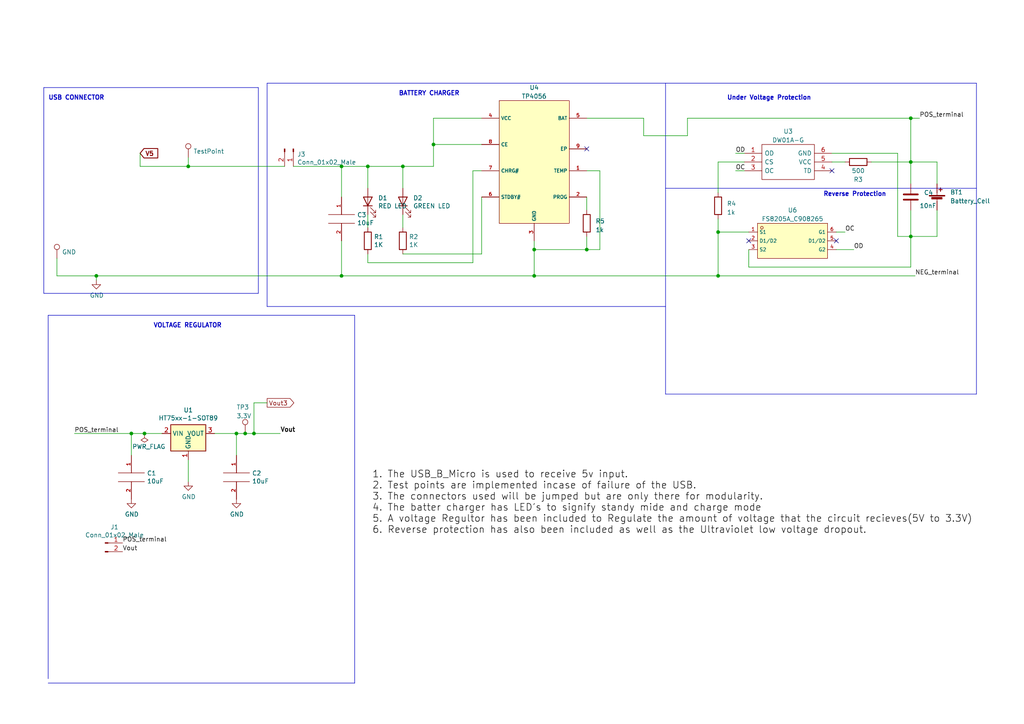
<source format=kicad_sch>
(kicad_sch (version 20230121) (generator eeschema)
  (paper "A4")
  (lib_symbols
    (symbol "Connector:TestPoint" (pin_numbers hide) (pin_names (offset 0.762) hide)
      (property "Reference" "TP" (at 0 6.858 0))
      (property "Value" "TestPoint" (at 0 5.08 0))
      (symbol "TestPoint_0_1"
        (circle (center 0 3.302) (radius 0.762))
      )
      (symbol "TestPoint_1_1"
        (pin passive line (at 0 0 90) (length 2.54) (name "1") (number "1"))
      )
    )
    (symbol "DW01A-G:DW01A-G" (pin_names (offset 0.762))
      (property "Reference" "IC" (at 21.59 7.62 0))
      (property "Value" "DW01A-G" (at 21.59 5.08 0))
      (symbol "DW01A-G_0_0"
        (pin passive line (at 0 0 0) (length 5.08) (name "OD") (number "1"))
        (pin passive line (at 0 -2.54 0) (length 5.08) (name "CS") (number "2"))
        (pin passive line (at 0 -5.08 0) (length 5.08) (name "OC") (number "3"))
        (pin passive line (at 25.4 -5.08 180) (length 5.08) (name "TD") (number "4"))
        (pin passive line (at 25.4 -2.54 180) (length 5.08) (name "VCC") (number "5"))
        (pin passive line (at 25.4 0 180) (length 5.08) (name "GND") (number "6"))
      )
      (symbol "DW01A-G_0_1"
        (polyline (pts (xy 5.08 2.54) (xy 20.32 2.54) (xy 20.32 -7.62) (xy 5.08 -7.62) (xy 5.08 2.54)) (stroke (width 0.1524)))
      )
    )
    (symbol "Device:Battery_Cell" (pin_numbers hide) (pin_names (offset 0) hide)
      (property "Reference" "BT" (at 2.54 2.54 0))
      (property "Value" "Battery_Cell" (at 2.54 0 0))
      (symbol "Battery_Cell_0_1"
        (rectangle (start -2.286 1.778) (end 2.286 1.524) (fill (type outline)))
        (rectangle (start -1.5748 1.1938) (end 1.4732 0.6858) (fill (type outline)))
        (polyline (pts (xy 0 0.762) (xy 0 0)))
        (polyline (pts (xy 0 1.778) (xy 0 2.54)))
        (polyline (pts (xy 0.508 3.429) (xy 1.524 3.429)) (stroke (width 0.254)))
        (polyline (pts (xy 1.016 3.937) (xy 1.016 2.921)) (stroke (width 0.254)))
      )
      (symbol "Battery_Cell_1_1"
        (pin passive line (at 0 5.08 270) (length 2.54) (name "+") (number "1"))
        (pin passive line (at 0 -2.54 90) (length 2.54) (name "-") (number "2"))
      )
    )
    (symbol "Device:C" (pin_numbers hide) (pin_names (offset 0.254))
      (property "Reference" "C" (at 0.635 2.54 0))
      (property "Value" "C" (at 0.635 -2.54 0))
      (symbol "C_0_1"
        (polyline (pts (xy -2.032 -0.762) (xy 2.032 -0.762)) (stroke (width 0.508)))
        (polyline (pts (xy -2.032 0.762) (xy 2.032 0.762)) (stroke (width 0.508)))
      )
      (symbol "C_1_1"
        (pin passive line (at 0 3.81 270) (length 2.794) (name "~") (number "1"))
        (pin passive line (at 0 -3.81 90) (length 2.794) (name "~") (number "2"))
      )
    )
    (symbol "Device:LED" (pin_numbers hide) (pin_names (offset 1.016) hide)
      (property "Reference" "D" (at 0 2.54 0))
      (property "Value" "LED" (at 0 -2.54 0))
      (symbol "LED_0_1"
        (polyline (pts (xy -1.27 -1.27) (xy -1.27 1.27)) (stroke (width 0.254)))
        (polyline (pts (xy -1.27 0) (xy 1.27 0)))
        (polyline (pts (xy 1.27 -1.27) (xy 1.27 1.27) (xy -1.27 0) (xy 1.27 -1.27)) (stroke (width 0.254)))
        (polyline (pts (xy -3.048 -0.762) (xy -4.572 -2.286) (xy -3.81 -2.286) (xy -4.572 -2.286) (xy -4.572 -1.524)))
        (polyline (pts (xy -1.778 -0.762) (xy -3.302 -2.286) (xy -2.54 -2.286) (xy -3.302 -2.286) (xy -3.302 -1.524)))
      )
      (symbol "LED_1_1"
        (pin passive line (at -3.81 0 0) (length 2.54) (name "K") (number "1"))
        (pin passive line (at 3.81 0 180) (length 2.54) (name "A") (number "2"))
      )
    )
    (symbol "Device:R" (pin_numbers hide) (pin_names (offset 0))
      (property "Reference" "R" (at 2.032 0 90))
      (property "Value" "R" (at 0 0 90))
      (symbol "R_0_1"
        (rectangle (start -1.016 -2.54) (end 1.016 2.54) (stroke (width 0.254)))
      )
      (symbol "R_1_1"
        (pin passive line (at 0 3.81 270) (length 1.27) (name "~") (number "1"))
        (pin passive line (at 0 -3.81 90) (length 1.27) (name "~") (number "2"))
      )
    )
    (symbol "Regulator_Linear:HT75xx-1-SOT89"
      (property "Reference" "U" (at -5.08 -3.81 0))
      (property "Value" "HT75xx-1-SOT89" (at 0 6.35 0))
      (symbol "HT75xx-1-SOT89_0_1"
        (rectangle (start -5.08 5.08) (end 5.08 -2.54) (stroke (width 0.254)) (fill (type background)))
      )
      (symbol "HT75xx-1-SOT89_1_1"
        (pin power_in line (at 0 -5.08 90) (length 2.54) (name "GND") (number "1"))
        (pin power_in line (at -7.62 2.54 0) (length 2.54) (name "VIN") (number "2"))
        (pin power_out line (at 7.62 2.54 180) (length 2.54) (name "VOUT") (number "3"))
      )
    )
    (symbol "SCHEMATICS-rescue:C-pspice" (pin_names (offset 0.254))
      (property "Reference" "C" (at 2.54 3.81 90))
      (property "Value" "pspice_C" (at 2.54 -3.81 90))
      (symbol "C-pspice_0_1"
        (polyline (pts (xy -3.81 -1.27) (xy 3.81 -1.27)))
        (polyline (pts (xy -3.81 1.27) (xy 3.81 1.27)))
      )
      (symbol "C-pspice_1_1"
        (pin passive line (at 0 6.35 270) (length 5.08) (name "~") (number "1"))
        (pin passive line (at 0 -6.35 90) (length 5.08) (name "~") (number "2"))
      )
    )
    (symbol "SCHEMATICS-rescue:Conn_01x02_Male-Connector" (pin_names (offset 1.016) hide)
      (property "Reference" "J" (at 0 2.54 0))
      (property "Value" "Connector_Conn_01x02_Male" (at 0 -5.08 0))
      (symbol "Conn_01x02_Male-Connector_1_1"
        (polyline (pts (xy 1.27 -2.54) (xy 0.8636 -2.54)) (stroke (width 0.1524)))
        (polyline (pts (xy 1.27 0) (xy 0.8636 0)) (stroke (width 0.1524)))
        (rectangle (start 0.8636 -2.413) (end 0 -2.667) (stroke (width 0.1524)) (fill (type outline)))
        (rectangle (start 0.8636 0.127) (end 0 -0.127) (stroke (width 0.1524)) (fill (type outline)))
        (pin passive line (at 5.08 0 180) (length 3.81) (name "Pin_1") (number "1"))
        (pin passive line (at 5.08 -2.54 180) (length 3.81) (name "Pin_2") (number "2"))
      )
    )
    (symbol "TP4056:TP4056"
      (property "Reference" "U" (at 0 1.27 0))
      (property "Value" "TP4056" (at 0 -2.54 0))
      (symbol "TP4056_0_1"
        (rectangle (start -10.16 20.32) (end 10.16 -15.24) (fill (type background)))
        (pin unspecified line (at 15.24 0 180) (length 5.08) (name "TEMP") (number "1"))
        (pin unspecified line (at 15.24 -7.62 180) (length 5.08) (name "PROG") (number "2"))
        (pin unspecified line (at 0 -20.32 90) (length 5.08) (name "GND") (number "3"))
        (pin unspecified line (at -15.24 15.24 0) (length 5.08) (name "VCC") (number "4"))
        (pin unspecified line (at 15.24 15.24 180) (length 5.08) (name "BAT") (number "5"))
        (pin unspecified line (at -15.24 -7.62 0) (length 5.08) (name "STDBY#") (number "6"))
        (pin unspecified line (at -15.24 0 0) (length 5.08) (name "CHRG#") (number "7"))
        (pin unspecified line (at -15.24 7.62 0) (length 5.08) (name "CE") (number "8"))
        (pin unspecified line (at 15.24 6.35 180) (length 5.08) (name "EP") (number "9"))
      )
    )
    (symbol "U4:FS8205A_C908265"
      (property "Reference" "U" (at 0 1.27 0))
      (property "Value" "FS8205A_C908265" (at 0 -2.54 0))
      (symbol "FS8205A_C908265_0_1"
        (rectangle (start -10.16 5.08) (end 10.16 -5.08) (fill (type background)))
        (circle (center -8.89 3.81) (radius 0.381) (fill (type background)))
        (pin unspecified line (at -12.7 2.54 0) (length 2.54) (name "S1") (number "1"))
        (pin unspecified line (at -12.7 0 0) (length 2.54) (name "D1/D2") (number "2"))
        (pin unspecified line (at -12.7 -2.54 0) (length 2.54) (name "S2") (number "3"))
        (pin unspecified line (at 12.7 -2.54 180) (length 2.54) (name "G2") (number "4"))
        (pin unspecified line (at 12.7 0 180) (length 2.54) (name "D1/D2") (number "5"))
        (pin unspecified line (at 12.7 2.54 180) (length 2.54) (name "G1") (number "6"))
      )
    )
    (symbol "power:GND" (power) (pin_names (offset 0))
      (property "Value" "GND" (at 0 -3.81 0))
      (symbol "GND_0_1"
        (polyline (pts (xy 0 0) (xy 0 -1.27) (xy 1.27 -1.27) (xy 0 -2.54) (xy -1.27 -1.27) (xy 0 -1.27)))
      )
      (symbol "GND_1_1"
        (pin power_in line (at 0 0 270) (length 0) hide (name "GND") (number "1"))
      )
    )
    (symbol "power:PWR_FLAG" (power) (pin_numbers hide) (pin_names (offset 0) hide)
      (property "Value" "PWR_FLAG" (at 0 3.81 0))
      (symbol "PWR_FLAG_0_0"
        (pin power_out line (at 0 0 90) (length 0) (name "pwr") (number "1"))
      )
      (symbol "PWR_FLAG_0_1"
        (polyline (pts (xy 0 0) (xy 0 1.27) (xy -1.016 1.905) (xy 0 2.54) (xy 1.016 1.905) (xy 0 1.27)))
      )
    )
  )
  (junction (at 99.06 48.26))
  (junction (at 99.06 80.01))
  (junction (at 154.94 72.39))
  (junction (at 68.58 125.73))
  (junction (at 106.68 48.26))
  (junction (at 170.18 72.39))
  (junction (at 208.28 80.01))
  (junction (at 264.16 34.29))
  (junction (at 73.66 125.73))
  (junction (at 116.84 48.26))
  (junction (at 154.94 80.01))
  (junction (at 41.91 125.73))
  (junction (at 264.16 46.99))
  (junction (at 54.61 48.26))
  (junction (at 125.73 41.91))
  (junction (at 27.94 80.01))
  (junction (at 71.12 125.73))
  (junction (at 208.28 67.31))
  (junction (at 38.1 125.73))
  (junction (at 264.16 68.58))
  (no_connect (at 170.18 43.18))
  (no_connect (at 242.57 69.85))
  (no_connect (at 217.17 69.85))
  (no_connect (at 241.3 49.53))
  (wire (pts (xy 217.17 77.47) (xy 264.16 77.47)))
  (wire (pts (xy 264.16 34.29) (xy 266.7 34.29)))
  (wire (pts (xy 139.7 49.53) (xy 137.16 49.53)))
  (wire (pts (xy 54.61 48.26) (xy 54.61 45.72)))
  (wire (pts (xy 241.3 46.99) (xy 245.11 46.99)))
  (wire (pts (xy 186.69 39.37) (xy 199.39 39.37)))
  (wire (pts (xy 242.57 72.39) (xy 247.65 72.39)))
  (polyline (pts (xy 102.87 198.12) (xy 13.97 198.12)))
  (wire (pts (xy 73.66 116.84) (xy 73.66 125.73)))
  (wire (pts (xy 139.7 57.15) (xy 139.7 73.66)))
  (wire (pts (xy 16.51 80.01) (xy 27.94 80.01)))
  (wire (pts (xy 99.06 69.85) (xy 99.06 80.01)))
  (wire (pts (xy 213.36 49.53) (xy 215.9 49.53)))
  (wire (pts (xy 208.28 46.99) (xy 208.28 55.88)))
  (wire (pts (xy 199.39 39.37) (xy 199.39 34.29)))
  (wire (pts (xy 106.68 54.61) (xy 106.68 48.26)))
  (polyline (pts (xy 283.21 114.3) (xy 283.21 24.13)))
  (wire (pts (xy 154.94 80.01) (xy 208.28 80.01)))
  (wire (pts (xy 186.69 34.29) (xy 186.69 39.37)))
  (wire (pts (xy 170.18 34.29) (xy 186.69 34.29)))
  (wire (pts (xy 27.94 81.28) (xy 27.94 80.01)))
  (wire (pts (xy 85.09 48.26) (xy 99.06 48.26)))
  (wire (pts (xy 242.57 67.31) (xy 245.11 67.31)))
  (wire (pts (xy 264.16 77.47) (xy 264.16 68.58)))
  (wire (pts (xy 99.06 48.26) (xy 99.06 57.15)))
  (wire (pts (xy 106.68 48.26) (xy 116.84 48.26)))
  (wire (pts (xy 125.73 41.91) (xy 125.73 48.26)))
  (wire (pts (xy 271.78 46.99) (xy 271.78 53.34)))
  (wire (pts (xy 137.16 49.53) (xy 137.16 76.2)))
  (polyline (pts (xy 77.47 88.9) (xy 193.04 88.9)))
  (wire (pts (xy 71.12 125.73) (xy 73.66 125.73)))
  (wire (pts (xy 116.84 66.04) (xy 116.84 62.23)))
  (wire (pts (xy 208.28 63.5) (xy 208.28 67.31)))
  (wire (pts (xy 217.17 72.39) (xy 217.17 77.47)))
  (wire (pts (xy 125.73 34.29) (xy 125.73 41.91)))
  (wire (pts (xy 116.84 73.66) (xy 139.7 73.66)))
  (wire (pts (xy 264.16 60.96) (xy 264.16 68.58)))
  (wire (pts (xy 54.61 48.26) (xy 82.55 48.26)))
  (wire (pts (xy 170.18 57.15) (xy 170.18 60.96)))
  (polyline (pts (xy 193.04 24.13) (xy 77.47 24.13)))
  (wire (pts (xy 40.64 44.45) (xy 40.64 48.26)))
  (polyline (pts (xy 193.04 54.61) (xy 283.21 54.61)))
  (wire (pts (xy 260.35 68.58) (xy 260.35 44.45)))
  (wire (pts (xy 27.94 80.01) (xy 99.06 80.01)))
  (wire (pts (xy 208.28 67.31) (xy 217.17 67.31)))
  (polyline (pts (xy 74.93 85.09) (xy 12.7 85.09)))
  (polyline (pts (xy 13.97 91.44) (xy 102.87 91.44)))
  (wire (pts (xy 252.73 46.99) (xy 264.16 46.99)))
  (wire (pts (xy 38.1 125.73) (xy 41.91 125.73)))
  (wire (pts (xy 264.16 34.29) (xy 264.16 46.99)))
  (wire (pts (xy 154.94 72.39) (xy 154.94 80.01)))
  (wire (pts (xy 260.35 44.45) (xy 241.3 44.45)))
  (wire (pts (xy 116.84 48.26) (xy 125.73 48.26)))
  (wire (pts (xy 40.64 48.26) (xy 54.61 48.26)))
  (polyline (pts (xy 193.04 114.3) (xy 283.21 114.3)))
  (polyline (pts (xy 102.87 91.44) (xy 102.87 198.12)))
  (wire (pts (xy 154.94 69.85) (xy 154.94 72.39)))
  (wire (pts (xy 173.99 49.53) (xy 173.99 72.39)))
  (wire (pts (xy 54.61 133.35) (xy 54.61 139.7)))
  (wire (pts (xy 41.91 125.73) (xy 46.99 125.73)))
  (wire (pts (xy 264.16 46.99) (xy 271.78 46.99)))
  (wire (pts (xy 199.39 34.29) (xy 264.16 34.29)))
  (wire (pts (xy 106.68 76.2) (xy 137.16 76.2)))
  (wire (pts (xy 215.9 46.99) (xy 208.28 46.99)))
  (wire (pts (xy 73.66 125.73) (xy 81.28 125.73)))
  (wire (pts (xy 99.06 48.26) (xy 106.68 48.26)))
  (wire (pts (xy 173.99 49.53) (xy 170.18 49.53)))
  (wire (pts (xy 170.18 72.39) (xy 154.94 72.39)))
  (wire (pts (xy 38.1 125.73) (xy 38.1 132.08)))
  (wire (pts (xy 68.58 125.73) (xy 62.23 125.73)))
  (polyline (pts (xy 77.47 24.13) (xy 77.47 88.9)))
  (wire (pts (xy 125.73 41.91) (xy 139.7 41.91)))
  (polyline (pts (xy 74.93 25.4) (xy 12.7 25.4)))
  (polyline (pts (xy 13.97 196.85) (xy 13.97 91.44)))
  (wire (pts (xy 271.78 60.96) (xy 271.78 68.58)))
  (polyline (pts (xy 12.7 25.4) (xy 12.7 85.09)))
  (wire (pts (xy 173.99 72.39) (xy 170.18 72.39)))
  (wire (pts (xy 264.16 46.99) (xy 264.16 53.34)))
  (wire (pts (xy 106.68 66.04) (xy 106.68 62.23)))
  (wire (pts (xy 16.51 74.93) (xy 16.51 80.01)))
  (wire (pts (xy 116.84 48.26) (xy 116.84 54.61)))
  (polyline (pts (xy 283.21 24.13) (xy 193.04 24.13)))
  (wire (pts (xy 99.06 80.01) (xy 154.94 80.01)))
  (wire (pts (xy 68.58 125.73) (xy 68.58 132.08)))
  (wire (pts (xy 208.28 67.31) (xy 208.28 80.01)))
  (wire (pts (xy 139.7 34.29) (xy 125.73 34.29)))
  (wire (pts (xy 106.68 73.66) (xy 106.68 76.2)))
  (wire (pts (xy 208.28 80.01) (xy 265.43 80.01)))
  (polyline (pts (xy 193.04 114.3) (xy 193.04 24.13)))
  (wire (pts (xy 21.59 125.73) (xy 38.1 125.73)))
  (wire (pts (xy 68.58 125.73) (xy 71.12 125.73)))
  (wire (pts (xy 170.18 68.58) (xy 170.18 72.39)))
  (wire (pts (xy 77.47 116.84) (xy 73.66 116.84)))
  (wire (pts (xy 260.35 68.58) (xy 264.16 68.58)))
  (wire (pts (xy 213.36 44.45) (xy 215.9 44.45)))
  (polyline (pts (xy 74.93 25.4) (xy 74.93 85.09)))
  (wire (pts (xy 264.16 68.58) (xy 271.78 68.58)))
  (text "USB CONNECTOR\n" (at 13.97 29.21 0) (effects (font (size 1.27 1.27) (thickness 0.254) bold) (justify left bottom)))
  (text "Reverse Protection\n" (at 238.76 57.15 0) (effects (font (size 1.27 1.27) (thickness 0.254) bold) (justify left bottom)))
  (text "BATTERY CHARGER\n" (at 133.35 27.94 0) (effects (font (size 1.27 1.27) (thickness 0.254) bold) (justify right bottom)))
  (text "VOLTAGE REGULATOR\n" (at 44.45 95.25 0) (effects (font (size 1.27 1.27) (thickness 0.254) bold) (justify left bottom)))
  (text "Under Voltage Protection" (at 210.82 29.21 0) (effects (font (size 1.27 1.27) (thickness 0.254) bold) (justify left bottom)))
  (text "1. The USB_B_Micro is used to receive 5v input.\n2. Test points are implemented incase of failure of the USB.\n3. The connectors used will be jumped but are only there for modularity.\n4. The batter charger has LED's to signify standy mide and charge mode\n5. A voltage Regultor has been included to Regulate the amount of voltage that the circuit recieves(5V to 3.3V)\n6. Reverse protection has also been included as well as the Ultraviolet low voltage dropout.\n" (at 107.95 154.94 0) (effects (font (size 2 2)) (justify left bottom)))
  (label "OC" (at 245.11 67.31 0))
  (label "OD" (at 213.36 44.45 0))
  (label "POS_terminal" (at 266.7 34.29 0))
  (label "Vout" (at 81.28 125.73 0) (effects (font bold)))
  (label "Vout" (at 35.56 160.02 0))
  (label "POS_terminal" (at 35.56 157.48 0))
  (label "OC" (at 213.36 49.53 0))
  (label "NEG_terminal" (at 265.43 80.01 0))
  (label "OD" (at 247.65 72.39 0))
  (label "POS_terminal" (at 21.59 125.73 0))
  (global_label "Vout3" (shape output) (at 77.47 116.84 0) (property "Intersheetrefs" "${INTERSHEET_REFS}" (effects hide)))
  (global_label "V5" (shape input) (at 40.64 44.45 0) (effects (font bold)) (property "Intersheetrefs" "${INTERSHEET_REFS}" (effects hide)))
  (symbol (lib_id "Regulator_Linear:HT75xx-1-SOT89") (at 54.61 128.27 0) (unit 1)
    (property "Reference" "U1" (at 54.61 118.9482 0))
    (property "Value" "HT75xx-1-SOT89" (at 54.61 121.2596 0))
    (property "Footprint" "Package_TO_SOT_SMD:SOT-89-3" (effects hide))
    (property "Datasheet" "https://www.holtek.com/documents/10179/116711/HT75xx-1v250.pdf" (effects hide))
    (instances (project "SCHEMATICS" (path "" (reference "U1") (unit 1))) (project "EEE3088_design_project" (path "" (reference "U7") (unit 1))))
  )
  (symbol (lib_id "power:GND") (at 54.61 139.7 0) (unit 1)
    (property "Reference" "#PWR02" (effects hide))
    (property "Value" "GND" (at 54.737 144.0942 0))
  )
  (symbol (lib_id "SCHEMATICS-rescue:Conn_01x02_Male-Connector") (at 30.48 157.48 0) (unit 1)
    (property "Reference" "J1" (at 33.2232 152.8826 0))
    (property "Value" "Conn_01x02_Male" (at 33.2232 155.194 0))
    (property "Footprint" "Connector_PinHeader_2.54mm:PinHeader_1x02_P2.54mm_Vertical" (effects hide))
  )
  (symbol (lib_id "SCHEMATICS-rescue:C-pspice") (at 38.1 138.43 0) (unit 1)
    (property "Reference" "C1" (at 42.6212 137.2616 0) (effects (justify left)))
    (property "Value" "10uF" (at 42.6212 139.573 0) (effects (justify left)))
    (property "Footprint" "Capacitor_SMD:C_0805_2012Metric" (effects hide))
    (instances (project "SCHEMATICS" (path "" (reference "C1") (unit 1))) (project "EEE3088_design_project" (path "" (reference "C10") (unit 1))))
  )
  (symbol (lib_id "power:GND") (at 38.1 144.78 0) (unit 1)
    (property "Reference" "#PWR01" (effects hide))
    (property "Value" "GND" (at 38.227 149.1742 0))
  )
  (symbol (lib_id "SCHEMATICS-rescue:C-pspice") (at 68.58 138.43 0) (unit 1)
    (property "Reference" "C2" (at 73.1012 137.2616 0) (effects (justify left)))
    (property "Value" "10uF" (at 73.1012 139.573 0) (effects (justify left)))
    (property "Footprint" "Capacitor_SMD:C_0805_2012Metric" (effects hide))
    (instances (project "SCHEMATICS" (path "" (reference "C2") (unit 1))) (project "EEE3088_design_project" (path "" (reference "C11") (unit 1))))
  )
  (symbol (lib_id "power:GND") (at 68.58 144.78 0) (unit 1)
    (property "Reference" "#PWR03" (effects hide))
    (property "Value" "GND" (at 68.707 149.1742 0))
  )
  (symbol (lib_id "power:GND") (at 27.94 81.28 0) (unit 1)
    (property "Reference" "#PWR05" (effects hide))
    (property "Value" "GND" (at 28.067 85.6742 0))
  )
  (symbol (lib_id "Connector:TestPoint") (at 54.61 45.72 0) (unit 1)
    (property "Reference" "TP1" (effects hide))
    (property "Value" "TestPoint" (at 56.0832 43.8912 0) (effects (justify left)))
    (property "Footprint" "TestPoint:TestPoint_Pad_1.5x1.5mm" (effects hide))
  )
  (symbol (lib_id "Connector:TestPoint") (at 16.51 74.93 0) (unit 1)
    (property "Reference" "TP2" (effects hide))
    (property "Value" "GND" (at 17.9832 73.1012 0) (effects (justify left)))
    (property "Footprint" "TestPoint:TestPoint_Pad_1.5x1.5mm" (effects hide))
  )
  (symbol (lib_id "SCHEMATICS-rescue:Conn_01x02_Male-Connector") (at 85.09 43.18 270) (unit 1)
    (property "Reference" "J3" (at 86.2076 44.7548 90) (effects (justify left)))
    (property "Value" "Conn_01x02_Male" (at 86.2076 47.0662 90) (effects (justify left)))
    (property "Footprint" "Connector_PinHeader_2.54mm:PinHeader_1x02_P2.54mm_Vertical" (effects hide))
  )
  (symbol (lib_id "Device:LED") (at 106.68 58.42 90) (unit 1)
    (property "Reference" "D1" (at 109.6772 57.4294 90) (effects (justify right)))
    (property "Value" "RED LED" (at 109.6772 59.7408 90) (effects (justify right)))
    (property "Footprint" "LED_SMD:LED_0805_2012Metric_Pad1.15x1.40mm_HandSolder" (effects hide))
    (instances (project "SCHEMATICS" (path "" (reference "D1") (unit 1))) (project "EEE3088_design_project" (path "" (reference "D3") (unit 1))))
  )
  (symbol (lib_id "Device:LED") (at 116.84 58.42 90) (unit 1)
    (property "Reference" "D2" (at 119.8372 57.4294 90) (effects (justify right)))
    (property "Value" "GREEN LED" (at 119.8372 59.7408 90) (effects (justify right)))
    (property "Footprint" "LED_SMD:LED_0805_2012Metric_Pad1.15x1.40mm_HandSolder" (effects hide))
    (instances (project "SCHEMATICS" (path "" (reference "D2") (unit 1))) (project "EEE3088_design_project" (path "" (reference "D4") (unit 1))))
  )
  (symbol (lib_id "Device:R") (at 106.68 69.85 0) (unit 1)
    (property "Reference" "R1" (at 108.458 68.6816 0) (effects (justify left)))
    (property "Value" "1K" (at 108.458 70.993 0) (effects (justify left)))
    (property "Footprint" "Resistor_SMD:R_0805_2012Metric_Pad1.20x1.40mm_HandSolder" (effects hide))
    (instances (project "SCHEMATICS" (path "" (reference "R1") (unit 1))) (project "EEE3088_design_project" (path "" (reference "R3") (unit 1))))
  )
  (symbol (lib_id "Device:R") (at 116.84 69.85 0) (unit 1)
    (property "Reference" "R2" (at 118.618 68.6816 0) (effects (justify left)))
    (property "Value" "1K" (at 118.618 70.993 0) (effects (justify left)))
    (property "Footprint" "Resistor_SMD:R_0805_2012Metric_Pad1.20x1.40mm_HandSolder" (effects hide))
    (instances (project "SCHEMATICS" (path "" (reference "R2") (unit 1))) (project "EEE3088_design_project" (path "" (reference "R4") (unit 1))))
  )
  (symbol (lib_id "SCHEMATICS-rescue:C-pspice") (at 99.06 63.5 0) (unit 1)
    (property "Reference" "C3" (at 103.5812 62.3316 0) (effects (justify left)))
    (property "Value" "10uF" (at 103.5812 64.643 0) (effects (justify left)))
    (property "Footprint" "Capacitor_SMD:C_0805_2012Metric_Pad1.18x1.45mm_HandSolder" (effects hide))
    (instances (project "SCHEMATICS" (path "" (reference "C3") (unit 1))) (project "EEE3088_design_project" (path "" (reference "C9") (unit 1))))
  )
  (symbol (lib_id "Device:R") (at 170.18 64.77 0) (unit 1)
    (property "Reference" "R5" (at 172.72 64.135 0) (effects (justify left)))
    (property "Value" "1k" (at 172.72 66.675 0) (effects (justify left)))
    (property "Footprint" "Resistor_SMD:R_0805_2012Metric_Pad1.20x1.40mm_HandSolder" (effects hide))
  )
  (symbol (lib_id "DW01A-G:DW01A-G") (at 215.9 44.45 0) (unit 1)
    (property "Reference" "U3" (at 228.6 38.1 0))
    (property "Value" "DW01A-G" (at 228.6 40.64 0))
    (property "Footprint" "STM32:SOT-23" (effects hide))
    (property "Datasheet" "http://acoptex.com/uploads/DW01A.pdf" (effects hide))
    (property "Description" "One Cell Lithium-ion/Polymer Battery Protection IC" (effects hide))
    (property "Height" "1.35" (effects hide))
    (property "Manufacturer_Name" "Fortune Semiconductor Corporation" (effects hide))
    (property "Manufacturer_Part_Number" "DW01A-G" (effects hide))
    (instances (project "SCHEMATICS" (path "" (reference "U3") (unit 1))) (project "EEE3088_design_project" (path "" (reference "U5") (unit 1))))
  )
  (symbol (lib_id "Device:R") (at 248.92 46.99 270) (unit 1)
    (property "Reference" "R3" (at 248.92 52.07 90))
    (property "Value" "500" (at 248.92 49.53 90))
    (property "Footprint" "Resistor_SMD:R_0805_2012Metric_Pad1.20x1.40mm_HandSolder" (effects hide))
    (instances (project "SCHEMATICS" (path "" (reference "R3") (unit 1))) (project "EEE3088_design_project" (path "" (reference "R7") (unit 1))))
  )
  (symbol (lib_id "Connector:TestPoint") (at 71.12 125.73 0) (unit 1)
    (property "Reference" "TP3" (at 68.58 118.11 0) (effects (justify left)))
    (property "Value" "3.3V" (at 68.58 120.65 0) (effects (justify left)))
    (property "Footprint" "TestPoint:TestPoint_Pad_1.5x1.5mm" (effects hide))
  )
  (symbol (lib_id "U4:FS8205A_C908265") (at 229.87 69.85 0) (unit 1)
    (property "Reference" "U6" (at 229.87 60.96 0))
    (property "Value" "FS8205A_C908265" (at 229.87 63.5 0))
    (property "Footprint" "footprint:SOT-23-6_L2.9-W1.6-P0.95-LS2.8-BR" (effects hide))
    (property "Datasheet" "https://item.szlcsc.com/169042.html" (effects hide))
    (property "LCSC" "C908265" (effects hide))
  )
  (symbol (lib_id "Device:R") (at 208.28 59.69 0) (unit 1)
    (property "Reference" "R4" (at 210.82 59.055 0) (effects (justify left)))
    (property "Value" "1k" (at 210.82 61.595 0) (effects (justify left)))
    (property "Footprint" "Resistor_SMD:R_0805_2012Metric_Pad1.20x1.40mm_HandSolder" (effects hide))
    (instances (project "SCHEMATICS" (path "" (reference "R4") (unit 1))) (project "EEE3088_design_project" (path "" (reference "R6") (unit 1))))
  )
  (symbol (lib_id "Device:C") (at 264.16 57.15 0) (unit 1)
    (property "Reference" "C4" (at 267.97 55.88 0) (effects (justify left)))
    (property "Value" "10nF" (at 266.7 59.69 0) (effects (justify left)))
    (property "Footprint" "Capacitor_SMD:C_0805_2012Metric" (effects hide))
    (instances (project "SCHEMATICS" (path "" (reference "C4") (unit 1))) (project "EEE3088_design_project" (path "" (reference "C12") (unit 1))))
  )
  (symbol (lib_id "Device:Battery_Cell") (at 271.78 58.42 0) (unit 1)
    (property "Reference" "BT1" (at 275.59 55.753 0) (effects (justify left)))
    (property "Value" "Battery_Cell" (at 275.59 58.293 0) (effects (justify left)))
    (property "Footprint" "STM32:BATTERY holder" (effects hide))
  )
  (symbol (lib_id "TP4056:TP4056") (at 154.94 49.53 0) (unit 1)
    (property "Reference" "U4" (at 154.94 25.4 0))
    (property "Value" "TP4056" (at 154.94 27.94 0))
    (property "Footprint" "footprint:ESOP-8_L4.9-W3.9-P1.27-LS6.0-BL-EP" (effects hide))
    (property "Datasheet" "https://www.mornsun.cn/html/pdf/SCM1501B.html" (effects hide))
    (property "LCSC" "C16581" (effects hide))
  )
  (symbol (lib_id "power:PWR_FLAG") (at 41.91 125.73 0) (mirror x) (unit 1)
    (property "Reference" "#FLG01" (effects hide))
    (property "Value" "PWR_FLAG" (at 43.18 129.54 0))
  )
)
</source>
